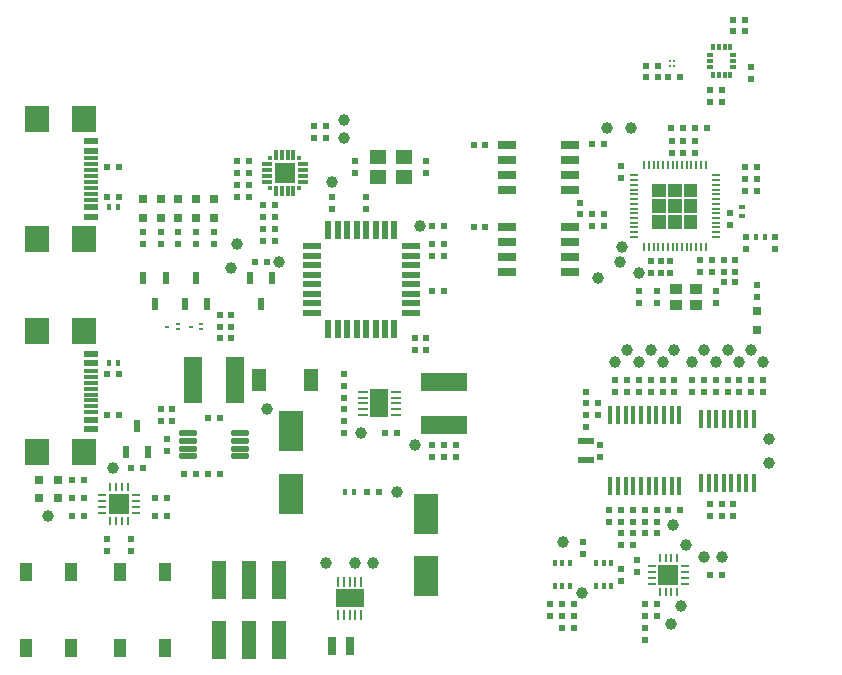
<source format=gbr>
%TF.GenerationSoftware,Altium Limited,Altium Designer,22.2.1 (43)*%
G04 Layer_Color=8421504*
%FSLAX26Y26*%
%MOIN*%
%TF.SameCoordinates,FBDAFD36-F916-462A-90D8-3015B88DE517*%
%TF.FilePolarity,Positive*%
%TF.FileFunction,Paste,Top*%
%TF.Part,Single*%
G01*
G75*
%TA.AperFunction,SMDPad,CuDef*%
%ADD10R,0.003937X0.003937*%
%ADD11C,0.039370*%
%ADD12R,0.008000X0.030000*%
G04:AMPARAMS|DCode=13|XSize=58.661mil|YSize=21.654mil|CornerRadius=2.707mil|HoleSize=0mil|Usage=FLASHONLY|Rotation=270.000|XOffset=0mil|YOffset=0mil|HoleType=Round|Shape=RoundedRectangle|*
%AMROUNDEDRECTD13*
21,1,0.058661,0.016240,0,0,270.0*
21,1,0.053248,0.021654,0,0,270.0*
1,1,0.005413,-0.008120,-0.026624*
1,1,0.005413,-0.008120,0.026624*
1,1,0.005413,0.008120,0.026624*
1,1,0.005413,0.008120,-0.026624*
%
%ADD13ROUNDEDRECTD13*%
G04:AMPARAMS|DCode=14|XSize=58.661mil|YSize=21.654mil|CornerRadius=2.707mil|HoleSize=0mil|Usage=FLASHONLY|Rotation=0.000|XOffset=0mil|YOffset=0mil|HoleType=Round|Shape=RoundedRectangle|*
%AMROUNDEDRECTD14*
21,1,0.058661,0.016240,0,0,0.0*
21,1,0.053248,0.021654,0,0,0.0*
1,1,0.005413,0.026624,-0.008120*
1,1,0.005413,-0.026624,-0.008120*
1,1,0.005413,-0.026624,0.008120*
1,1,0.005413,0.026624,0.008120*
%
%ADD14ROUNDEDRECTD14*%
%ADD15R,0.023622X0.023622*%
%ADD16R,0.030000X0.008000*%
%ADD18R,0.023622X0.023622*%
%ADD19R,0.023622X0.021654*%
%ADD20R,0.050000X0.125197*%
%ADD21R,0.157480X0.059055*%
%ADD22R,0.032000X0.010000*%
%ADD23R,0.021654X0.023622*%
%ADD24R,0.015748X0.019685*%
%ADD25R,0.047244X0.074803*%
G04:AMPARAMS|DCode=26|XSize=57.087mil|YSize=17.716mil|CornerRadius=0.886mil|HoleSize=0mil|Usage=FLASHONLY|Rotation=180.000|XOffset=0mil|YOffset=0mil|HoleType=Round|Shape=RoundedRectangle|*
%AMROUNDEDRECTD26*
21,1,0.057087,0.015945,0,0,180.0*
21,1,0.055315,0.017716,0,0,180.0*
1,1,0.001772,-0.027657,0.007973*
1,1,0.001772,0.027657,0.007973*
1,1,0.001772,0.027657,-0.007973*
1,1,0.001772,-0.027657,-0.007973*
%
%ADD26ROUNDEDRECTD26*%
%ADD27R,0.078740X0.131890*%
G04:AMPARAMS|DCode=28|XSize=62.992mil|YSize=16.142mil|CornerRadius=0.807mil|HoleSize=0mil|Usage=FLASHONLY|Rotation=90.000|XOffset=0mil|YOffset=0mil|HoleType=Round|Shape=RoundedRectangle|*
%AMROUNDEDRECTD28*
21,1,0.062992,0.014527,0,0,90.0*
21,1,0.061378,0.016142,0,0,90.0*
1,1,0.001614,0.007264,0.030689*
1,1,0.001614,0.007264,-0.030689*
1,1,0.001614,-0.007264,-0.030689*
1,1,0.001614,-0.007264,0.030689*
%
%ADD28ROUNDEDRECTD28*%
%ADD29R,0.025591X0.009842*%
%ADD30R,0.009842X0.025591*%
%ADD31R,0.016535X0.023622*%
G04:AMPARAMS|DCode=32|XSize=61.024mil|YSize=23.622mil|CornerRadius=1.181mil|HoleSize=0mil|Usage=FLASHONLY|Rotation=0.000|XOffset=0mil|YOffset=0mil|HoleType=Round|Shape=RoundedRectangle|*
%AMROUNDEDRECTD32*
21,1,0.061024,0.021260,0,0,0.0*
21,1,0.058661,0.023622,0,0,0.0*
1,1,0.002362,0.029331,-0.010630*
1,1,0.002362,-0.029331,-0.010630*
1,1,0.002362,-0.029331,0.010630*
1,1,0.002362,0.029331,0.010630*
%
%ADD32ROUNDEDRECTD32*%
%ADD33R,0.023000X0.014000*%
%ADD34R,0.014000X0.023000*%
%ADD35C,0.009055*%
%ADD36R,0.031496X0.031496*%
G04:AMPARAMS|DCode=37|XSize=62.992mil|YSize=13.78mil|CornerRadius=0.689mil|HoleSize=0mil|Usage=FLASHONLY|Rotation=270.000|XOffset=0mil|YOffset=0mil|HoleType=Round|Shape=RoundedRectangle|*
%AMROUNDEDRECTD37*
21,1,0.062992,0.012402,0,0,270.0*
21,1,0.061614,0.013780,0,0,270.0*
1,1,0.001378,-0.006201,-0.030807*
1,1,0.001378,-0.006201,0.030807*
1,1,0.001378,0.006201,0.030807*
1,1,0.001378,0.006201,-0.030807*
%
%ADD37ROUNDEDRECTD37*%
%ADD38R,0.057087X0.023622*%
%ADD39R,0.066929X0.066929*%
%ADD40R,0.020000X0.020000*%
%ADD41R,0.039370X0.035433*%
%ADD42R,0.039370X0.062992*%
%ADD43R,0.055118X0.047244*%
%ADD44R,0.023622X0.041339*%
%ADD45R,0.060000X0.098000*%
%ADD46R,0.059055X0.157480*%
%ADD47R,0.031496X0.031496*%
%ADD48R,0.031496X0.059055*%
%ADD49R,0.010000X0.032000*%
%ADD50R,0.098000X0.060000*%
%ADD51R,0.035433X0.011811*%
%ADD52R,0.070866X0.070866*%
%ADD53R,0.011811X0.035433*%
%ADD54R,0.013780X0.013780*%
%TA.AperFunction,ConnectorPad*%
%ADD55R,0.078740X0.085827*%
%ADD56R,0.045276X0.011811*%
%ADD57R,0.045276X0.023622*%
%TA.AperFunction,SMDPad,CuDef*%
%ADD58R,0.013386X0.007874*%
%ADD59R,0.013386X0.010236*%
%ADD60R,0.019685X0.015748*%
%ADD114R,0.001000X0.001000*%
G36*
X3305204Y3187751D02*
X3260412D01*
Y3232543D01*
X3305205D01*
X3305204Y3187751D01*
D02*
G37*
G36*
X3199871Y3232543D02*
Y3187751D01*
X3155079D01*
Y3232544D01*
X3199871Y3232543D01*
D02*
G37*
G36*
X3252538Y3232543D02*
X3252538Y3187751D01*
X3207745Y3187750D01*
X3207745Y3232544D01*
X3252538Y3232543D01*
D02*
G37*
G36*
X3252538Y3135084D02*
X3207745Y3135084D01*
X3207745Y3179876D01*
X3252538Y3179876D01*
X3252538Y3135084D01*
D02*
G37*
G36*
X3305205Y3135084D02*
X3260412Y3135084D01*
X3260412Y3179877D01*
X3305205Y3179877D01*
X3305205Y3135084D01*
D02*
G37*
G36*
X3199871Y3135084D02*
X3155078Y3135084D01*
X3155078Y3179877D01*
X3199871Y3179877D01*
X3199871Y3135084D01*
D02*
G37*
G36*
X3199871Y3082417D02*
X3155078D01*
X3155079Y3127210D01*
X3199871D01*
Y3082417D01*
D02*
G37*
G36*
X3305204Y3082417D02*
X3260412Y3082417D01*
Y3127210D01*
X3305204D01*
Y3082417D01*
D02*
G37*
G36*
X3252538Y3082417D02*
X3207745Y3082417D01*
X3207745Y3127210D01*
X3252538Y3127210D01*
X3252538Y3082417D01*
D02*
G37*
D10*
X3719472Y3055118D02*
D03*
D11*
X3149606Y2677165D02*
D03*
X3110236Y2637795D02*
D03*
X2165354Y1968504D02*
D03*
X2086614Y3239239D02*
D03*
X2381890Y3090551D02*
D03*
X2362205Y2362205D02*
D03*
X1870079Y2480315D02*
D03*
X2303150Y2204724D02*
D03*
X3110996Y2934291D02*
D03*
X2125984Y3444882D02*
D03*
Y3385827D02*
D03*
X3046865Y2970603D02*
D03*
X2921588Y1868897D02*
D03*
X3248908Y1825510D02*
D03*
X3543307Y2303150D02*
D03*
Y2381890D02*
D03*
X3267717Y2027559D02*
D03*
X3326772Y1988189D02*
D03*
X3385827D02*
D03*
X3215875Y1765402D02*
D03*
X3223618Y2095818D02*
D03*
X2858606Y2036584D02*
D03*
X1751968Y2952756D02*
D03*
X1141732Y2125984D02*
D03*
X1909449Y2972441D02*
D03*
X2185039Y2401575D02*
D03*
X1358268Y2283465D02*
D03*
X3326772Y2677165D02*
D03*
X3188976Y2637795D02*
D03*
X3228346Y2677165D02*
D03*
X3070866D02*
D03*
X3031496Y2637795D02*
D03*
X3523622D02*
D03*
X3484252Y2677165D02*
D03*
X3444882Y2637795D02*
D03*
X3405512Y2677165D02*
D03*
X3287401Y2637795D02*
D03*
X3366142D02*
D03*
X3082348Y3418505D02*
D03*
X3003607D02*
D03*
X2224409Y1968504D02*
D03*
X2066929D02*
D03*
X1771654Y3031496D02*
D03*
X2974585Y2919608D02*
D03*
X3054203Y3020419D02*
D03*
D12*
X3332504Y3293481D02*
D03*
X3316756D02*
D03*
X3301008Y3293480D02*
D03*
X3285260Y3293480D02*
D03*
X3269512Y3293481D02*
D03*
X3253763Y3293480D02*
D03*
X3238015Y3293480D02*
D03*
X3222267Y3293480D02*
D03*
X3206519Y3293480D02*
D03*
X3190771Y3293481D02*
D03*
X3175023Y3293480D02*
D03*
X3159275Y3293480D02*
D03*
X3143527D02*
D03*
X3127779Y3293480D02*
D03*
Y3021480D02*
D03*
X3143527D02*
D03*
X3159276Y3021480D02*
D03*
X3175023Y3021481D02*
D03*
X3190771Y3021480D02*
D03*
X3206520Y3021481D02*
D03*
X3222267Y3021480D02*
D03*
X3238015Y3021480D02*
D03*
X3253764Y3021480D02*
D03*
X3269512Y3021480D02*
D03*
X3285260Y3021480D02*
D03*
X3301008Y3021480D02*
D03*
X3316756D02*
D03*
X3332504Y3021481D02*
D03*
D13*
X2295275Y2749213D02*
D03*
X2263780Y2749213D02*
D03*
X2232283Y2749213D02*
D03*
X2200787Y2749213D02*
D03*
X2169291Y2749213D02*
D03*
X2137795Y2749213D02*
D03*
X2106299Y2749213D02*
D03*
X2074803D02*
D03*
X2074803Y3077559D02*
D03*
X2106299Y3077559D02*
D03*
X2137795Y3077559D02*
D03*
X2169291Y3077559D02*
D03*
X2200788Y3077559D02*
D03*
X2232283D02*
D03*
X2263780Y3077559D02*
D03*
X2295275D02*
D03*
D14*
X2349212Y3023622D02*
D03*
X2349212Y2992126D02*
D03*
X2349212Y2960630D02*
D03*
X2349213Y2929134D02*
D03*
X2349212Y2897638D02*
D03*
X2349212Y2866142D02*
D03*
Y2834646D02*
D03*
Y2803150D02*
D03*
X2020866Y2803150D02*
D03*
Y2834646D02*
D03*
Y2866142D02*
D03*
Y2897638D02*
D03*
X2020866Y2929134D02*
D03*
Y2960630D02*
D03*
X2020866Y2992126D02*
D03*
Y3023622D02*
D03*
D15*
X3431823Y2906073D02*
D03*
X3392450D02*
D03*
X3346458Y2165358D02*
D03*
Y2125988D02*
D03*
X3133859Y3625988D02*
D03*
X3173232D02*
D03*
X3173227Y3586610D02*
D03*
X3133855D02*
D03*
X3425198Y3740161D02*
D03*
X3464571D02*
D03*
X3425198Y3779531D02*
D03*
X3464571D02*
D03*
X3011812Y2145673D02*
D03*
X3051185Y2145673D02*
D03*
X3385831Y2165358D02*
D03*
Y2125988D02*
D03*
X2460634Y2992130D02*
D03*
X2421261Y2992130D02*
D03*
X2460633Y3031500D02*
D03*
X2421261D02*
D03*
X2362201Y2716532D02*
D03*
X2401574Y2716532D02*
D03*
X2460634Y2874019D02*
D03*
X2421261Y2874020D02*
D03*
X1535437Y2185043D02*
D03*
X1496064D02*
D03*
X2263776Y2401571D02*
D03*
X2303149D02*
D03*
X1857941Y3160179D02*
D03*
X1897314D02*
D03*
X1857941Y3120809D02*
D03*
X1897314D02*
D03*
X1811027Y3188980D02*
D03*
X1771655D02*
D03*
X1811027Y3307090D02*
D03*
X1771655D02*
D03*
X3335408Y3417128D02*
D03*
X3296035D02*
D03*
X3218362D02*
D03*
X3257735D02*
D03*
X3503941Y3208665D02*
D03*
X3464568D02*
D03*
X3503941Y3248035D02*
D03*
X3464568D02*
D03*
X3503941Y3287405D02*
D03*
X3464568D02*
D03*
X2992130Y3366146D02*
D03*
X2952757D02*
D03*
X2992130Y3090555D02*
D03*
X2952757D02*
D03*
D16*
X3366142Y3055118D02*
D03*
Y3070866D02*
D03*
X3366142Y3086614D02*
D03*
X3366141Y3102362D02*
D03*
X3366142Y3118110D02*
D03*
X3366141Y3133859D02*
D03*
X3366141Y3149606D02*
D03*
X3366142Y3165354D02*
D03*
X3366142Y3181102D02*
D03*
X3366142Y3196851D02*
D03*
X3366141Y3212599D02*
D03*
X3366142Y3228347D02*
D03*
Y3244095D02*
D03*
X3366141Y3259842D02*
D03*
X3094141D02*
D03*
Y3244095D02*
D03*
X3094142Y3228346D02*
D03*
X3094142Y3212599D02*
D03*
X3094141Y3196850D02*
D03*
X3094142Y3181102D02*
D03*
X3094142Y3165354D02*
D03*
X3094142Y3149606D02*
D03*
X3094141Y3133858D02*
D03*
X3094141Y3118110D02*
D03*
X3094142Y3102362D02*
D03*
X3094141Y3086614D02*
D03*
Y3070866D02*
D03*
X3094142Y3055118D02*
D03*
D18*
X3392450Y2978970D02*
D03*
Y2939597D02*
D03*
X2500004Y2362204D02*
D03*
X2460630Y2362207D02*
D03*
X2421263Y2362204D02*
D03*
X2125981Y2559056D02*
D03*
X3104596Y1938978D02*
D03*
X3484252Y3622047D02*
D03*
Y3582674D02*
D03*
X2972437Y2460631D02*
D03*
X2972436Y2500004D02*
D03*
X3425193Y2125985D02*
D03*
Y2165358D02*
D03*
X3104596Y1978351D02*
D03*
X3129925Y2145668D02*
D03*
Y2106296D02*
D03*
X3090547Y2106300D02*
D03*
Y2145673D02*
D03*
X3049266Y3251759D02*
D03*
Y3291132D02*
D03*
X3353822Y2939597D02*
D03*
Y2978970D02*
D03*
X3562992Y3015745D02*
D03*
Y3055118D02*
D03*
X3468504Y3015745D02*
D03*
Y3055118D02*
D03*
X3315193Y2939597D02*
D03*
Y2978970D02*
D03*
X2200787Y3188980D02*
D03*
X2200787Y3149608D02*
D03*
X2165358Y3267713D02*
D03*
X2165358Y3307086D02*
D03*
X2401571Y3307091D02*
D03*
X2401571Y3267718D02*
D03*
X1338586Y2007870D02*
D03*
Y2047243D02*
D03*
X2421263Y2322831D02*
D03*
X2460630Y2322835D02*
D03*
X2500004Y2322831D02*
D03*
X2125981Y2598429D02*
D03*
X1535429Y2381894D02*
D03*
Y2342521D02*
D03*
X1555122Y2440941D02*
D03*
Y2480314D02*
D03*
X1515752Y2440941D02*
D03*
Y2480314D02*
D03*
X3218775Y3374569D02*
D03*
Y3335197D02*
D03*
X3183321Y2935565D02*
D03*
Y2974938D02*
D03*
X3151626Y2935565D02*
D03*
Y2974938D02*
D03*
X3414617Y3133862D02*
D03*
Y3094490D02*
D03*
X3169295Y2834642D02*
D03*
Y2874015D02*
D03*
X3366138Y2874019D02*
D03*
Y2834647D02*
D03*
D19*
X2421260Y3090551D02*
D03*
X2460630D02*
D03*
X1712598Y2263780D02*
D03*
X3169291Y1791339D02*
D03*
X2244094Y2204724D02*
D03*
X1377953Y3287402D02*
D03*
X1338583D02*
D03*
X1377953Y2460630D02*
D03*
X1338583D02*
D03*
X3248031Y3586610D02*
D03*
X3208661D02*
D03*
X1377953Y3188976D02*
D03*
X1338583D02*
D03*
X1377953Y2598425D02*
D03*
X1338583D02*
D03*
X2992126Y3129921D02*
D03*
X2952756D02*
D03*
X3346457Y1929134D02*
D03*
X3385827D02*
D03*
X2854331Y1751969D02*
D03*
X2893701D02*
D03*
X3090551Y2027559D02*
D03*
X3051181D02*
D03*
X3129921Y1791339D02*
D03*
X3169291Y1830709D02*
D03*
X3129921Y1830708D02*
D03*
X3169291Y2066930D02*
D03*
X3129921D02*
D03*
X3248031Y2145669D02*
D03*
X3208661Y2145669D02*
D03*
X3051181Y2066930D02*
D03*
X3090551Y2066929D02*
D03*
X3011811Y2106300D02*
D03*
X3051181Y2106299D02*
D03*
X2362205Y2677165D02*
D03*
X2401575Y2677165D02*
D03*
X1220472Y2244095D02*
D03*
X1259842D02*
D03*
X1220472Y2185039D02*
D03*
X1259842D02*
D03*
X1830709Y2972441D02*
D03*
X1870079D02*
D03*
X1259842Y2125984D02*
D03*
X1220472D02*
D03*
X1496063D02*
D03*
X1535433D02*
D03*
X1673228Y2452756D02*
D03*
X1712598D02*
D03*
X1456693Y2283465D02*
D03*
X1417323D02*
D03*
X1673228Y2263780D02*
D03*
X1633858D02*
D03*
X1594488D02*
D03*
X2204724Y2204724D02*
D03*
X1897315Y3081443D02*
D03*
X1857945D02*
D03*
X1811024Y3267717D02*
D03*
X1771654D02*
D03*
X2066929Y3385827D02*
D03*
X2027559D02*
D03*
X1811024Y3228347D02*
D03*
X1771654D02*
D03*
X2066929Y3425197D02*
D03*
X2027559D02*
D03*
X1897315Y3042073D02*
D03*
X1857945D02*
D03*
X1751968Y2795276D02*
D03*
X1712599D02*
D03*
X1751968Y2755905D02*
D03*
X1712599D02*
D03*
X1751968Y2716535D02*
D03*
X1712599D02*
D03*
X2559055Y3362402D02*
D03*
X2598425D02*
D03*
X2559055Y3086811D02*
D03*
X2598425D02*
D03*
D20*
X1711024Y1711024D02*
D03*
Y1911024D02*
D03*
X1811024Y1911024D02*
D03*
X1911024Y1911024D02*
D03*
Y1711024D02*
D03*
X1811024Y1711023D02*
D03*
D21*
X2460630Y2429134D02*
D03*
Y2570866D02*
D03*
D22*
X2299095Y2480315D02*
D03*
X2189094Y2539370D02*
D03*
X2189094Y2519685D02*
D03*
X2189094Y2480315D02*
D03*
X2189095Y2500000D02*
D03*
Y2460630D02*
D03*
X2299095Y2460630D02*
D03*
X2299095Y2500000D02*
D03*
X2299095Y2519685D02*
D03*
X2299095Y2539370D02*
D03*
D23*
X2125984Y2519685D02*
D03*
X2922940Y1997214D02*
D03*
X2893701Y1791339D02*
D03*
X3346457Y3503937D02*
D03*
Y3543307D02*
D03*
X3385827Y3503937D02*
D03*
Y3543307D02*
D03*
X2913386Y3169291D02*
D03*
Y3129921D02*
D03*
X3110236Y2874016D02*
D03*
Y2834646D02*
D03*
X3214032Y2975031D02*
D03*
Y2935661D02*
D03*
X3523622Y2539370D02*
D03*
Y2578740D02*
D03*
X3484252Y2539370D02*
D03*
Y2578740D02*
D03*
X3444882Y2539370D02*
D03*
Y2578740D02*
D03*
X3405512Y2539370D02*
D03*
Y2578740D02*
D03*
X3366142Y2539370D02*
D03*
Y2578740D02*
D03*
X3326772Y2539370D02*
D03*
Y2578740D02*
D03*
X3287402Y2539370D02*
D03*
Y2578740D02*
D03*
X2854331Y1791339D02*
D03*
Y1830709D02*
D03*
X3051181Y1909449D02*
D03*
Y1948819D02*
D03*
X2893701Y1830709D02*
D03*
X2922940Y2036584D02*
D03*
X2814961Y1791339D02*
D03*
Y1830709D02*
D03*
X3129921Y1712599D02*
D03*
Y1751969D02*
D03*
X3169291Y2145669D02*
D03*
X3169291Y2106299D02*
D03*
X2933071Y2460630D02*
D03*
Y2421260D02*
D03*
X3149606Y2578740D02*
D03*
X3149606Y2539370D02*
D03*
X3031496Y2578740D02*
D03*
X3031496Y2539370D02*
D03*
X3110236Y2578740D02*
D03*
X3110236Y2539370D02*
D03*
X3188977Y2578740D02*
D03*
X3188976Y2539370D02*
D03*
X3070865Y2578740D02*
D03*
X3070866Y2539370D02*
D03*
X2933070Y2539370D02*
D03*
X2933071Y2500000D02*
D03*
X3228347Y2578740D02*
D03*
X3228346Y2539370D02*
D03*
X2086614Y3188977D02*
D03*
X2086614Y3149606D02*
D03*
X1417323Y2047244D02*
D03*
Y2007874D02*
D03*
X2125984Y2480315D02*
D03*
Y2401575D02*
D03*
Y2440945D02*
D03*
X3503937Y2893701D02*
D03*
Y2854331D02*
D03*
X1692913Y3031496D02*
D03*
Y3070866D02*
D03*
X1633858Y3031496D02*
D03*
Y3070866D02*
D03*
X1574803Y3031496D02*
D03*
X1574803Y3070866D02*
D03*
X1515748Y3031496D02*
D03*
Y3070866D02*
D03*
X1456693Y3031496D02*
D03*
Y3070866D02*
D03*
X3257735Y3335198D02*
D03*
Y3374568D02*
D03*
X3296035Y3335198D02*
D03*
Y3374568D02*
D03*
X3431079Y2978967D02*
D03*
Y2939597D02*
D03*
D24*
X2129921Y2204725D02*
D03*
X3500000Y3055118D02*
D03*
X3531496Y3055118D02*
D03*
X2161417Y2204724D02*
D03*
X1342520Y3153544D02*
D03*
X1374016Y3153543D02*
D03*
X1342520Y2633858D02*
D03*
X1374016Y2633858D02*
D03*
D25*
X2015748Y2578740D02*
D03*
X1842520D02*
D03*
D26*
X1606299Y2375000D02*
D03*
X1779528D02*
D03*
X1779527Y2349410D02*
D03*
X1606299Y2400591D02*
D03*
X1606300Y2349409D02*
D03*
X1606299Y2323819D02*
D03*
X1779528Y2323819D02*
D03*
X1779527Y2400591D02*
D03*
D27*
X1948819Y2407481D02*
D03*
X2401575Y2131890D02*
D03*
X1948819Y2198819D02*
D03*
X2401575Y1923228D02*
D03*
D28*
X3368012Y2236221D02*
D03*
X3318012Y2448819D02*
D03*
X3343012Y2448819D02*
D03*
X3368012Y2448819D02*
D03*
X3393011D02*
D03*
X3418012Y2448819D02*
D03*
X3443012Y2448819D02*
D03*
X3468012Y2448819D02*
D03*
X3493012D02*
D03*
X3493012Y2236220D02*
D03*
X3468012Y2236221D02*
D03*
X3343012Y2236221D02*
D03*
X3393012Y2236221D02*
D03*
X3418012Y2236221D02*
D03*
X3443012D02*
D03*
X3318012D02*
D03*
D29*
X3152559Y1938977D02*
D03*
X3152559Y1958662D02*
D03*
X3152559Y1919292D02*
D03*
X3152559Y1899607D02*
D03*
X3264764D02*
D03*
X3264764Y1919292D02*
D03*
X3264764Y1938977D02*
D03*
X3264764Y1958662D02*
D03*
X1434055Y2135827D02*
D03*
Y2155512D02*
D03*
Y2175197D02*
D03*
Y2194882D02*
D03*
X1321850Y2194882D02*
D03*
Y2175197D02*
D03*
Y2155512D02*
D03*
Y2135827D02*
D03*
D30*
X3198819Y1873032D02*
D03*
X3179134Y1985237D02*
D03*
X3198819Y1985237D02*
D03*
X3218504Y1985237D02*
D03*
X3179134Y1873032D02*
D03*
X3218504Y1873032D02*
D03*
X3238189Y1873032D02*
D03*
X3238190Y1985236D02*
D03*
X1407480Y2109252D02*
D03*
X1387795D02*
D03*
X1368110D02*
D03*
X1407480Y2221457D02*
D03*
X1387795D02*
D03*
X1368110D02*
D03*
X1348425D02*
D03*
X1348425Y2109252D02*
D03*
D31*
X2966536Y1966536D02*
D03*
X3017716Y1891733D02*
D03*
X2879921Y1891732D02*
D03*
X2854330Y1891733D02*
D03*
X2828740Y1891732D02*
D03*
X2828740Y1966536D02*
D03*
X2854330Y1966535D02*
D03*
X2879921Y1966536D02*
D03*
X2992126Y1966536D02*
D03*
X3017716D02*
D03*
X2992126Y1891733D02*
D03*
X2966535Y1891732D02*
D03*
D32*
X2881890Y3362402D02*
D03*
X2881890Y3312402D02*
D03*
Y3262402D02*
D03*
X2881890Y3212402D02*
D03*
X2669291Y3212401D02*
D03*
X2669291Y3262402D02*
D03*
Y3312401D02*
D03*
X2669291Y3362401D02*
D03*
X2669291Y3086811D02*
D03*
X2669291Y3036811D02*
D03*
Y2986811D02*
D03*
X2669291Y2936811D02*
D03*
X2881890Y2936811D02*
D03*
X2881890Y2986811D02*
D03*
Y3036811D02*
D03*
X2881890Y3086811D02*
D03*
D33*
X3348083Y3622042D02*
D03*
Y3641732D02*
D03*
Y3661422D02*
D03*
X3423571D02*
D03*
Y3641732D02*
D03*
Y3622042D02*
D03*
D34*
X3356292Y3689232D02*
D03*
X3375982D02*
D03*
X3395672D02*
D03*
X3415362D02*
D03*
Y3594232D02*
D03*
X3395672D02*
D03*
X3375982D02*
D03*
X3356292D02*
D03*
D35*
X3228347Y3625984D02*
D03*
X3212599D02*
D03*
X3228347Y3641732D02*
D03*
X3212599D02*
D03*
D36*
X1173228Y2244095D02*
D03*
X1110236D02*
D03*
X1173228Y2185039D02*
D03*
X1110236D02*
D03*
D37*
X3117126Y2460630D02*
D03*
X3142716Y2460630D02*
D03*
X3193897Y2224410D02*
D03*
X3219488Y2224410D02*
D03*
X3245079D02*
D03*
X3245078Y2460630D02*
D03*
X3219488Y2460630D02*
D03*
X3193898Y2460631D02*
D03*
X3168307Y2460630D02*
D03*
X3168307Y2224410D02*
D03*
X3142717Y2224410D02*
D03*
X3117126Y2224410D02*
D03*
X3091535D02*
D03*
X3065945Y2224410D02*
D03*
X3040354Y2224410D02*
D03*
X3014764Y2224409D02*
D03*
X3091535Y2460630D02*
D03*
X3065945Y2460630D02*
D03*
X3040354D02*
D03*
X3014763Y2460630D02*
D03*
D38*
X2933070Y2311024D02*
D03*
X2933070Y2374016D02*
D03*
D39*
X3208662Y1929134D02*
D03*
X1377953Y2165354D02*
D03*
D40*
X2979921Y2322520D02*
D03*
Y2362520D02*
D03*
D41*
X3234252Y2828740D02*
D03*
X3301181D02*
D03*
Y2879921D02*
D03*
X3234252D02*
D03*
D42*
X1381890Y1937008D02*
D03*
X1531496D02*
D03*
Y1685039D02*
D03*
X1381890D02*
D03*
X1066929Y1937008D02*
D03*
X1216535D02*
D03*
Y1685039D02*
D03*
X1066929D02*
D03*
D43*
X2326772Y3253938D02*
D03*
X2240157Y3253937D02*
D03*
X2240157Y3320866D02*
D03*
X2326772Y3320867D02*
D03*
D44*
X1887795Y2917323D02*
D03*
X1812992Y2917323D02*
D03*
X1850394Y2830709D02*
D03*
X1399606Y2338583D02*
D03*
X1474409D02*
D03*
X1437008Y2425197D02*
D03*
X1596457Y2830709D02*
D03*
X1671260D02*
D03*
X1633858Y2917323D02*
D03*
X1533465Y2917323D02*
D03*
X1458662Y2917323D02*
D03*
X1496063Y2830709D02*
D03*
D45*
X2244095Y2500000D02*
D03*
D46*
X1622047Y2578740D02*
D03*
X1763780D02*
D03*
D47*
X3503937Y2807087D02*
D03*
Y2744094D02*
D03*
X1692913Y3118110D02*
D03*
Y3181102D02*
D03*
X1633858Y3118110D02*
D03*
Y3181102D02*
D03*
X1574803Y3118110D02*
D03*
Y3181102D02*
D03*
X1515748Y3118110D02*
D03*
Y3181102D02*
D03*
X1456693Y3118110D02*
D03*
Y3181102D02*
D03*
D48*
X2086614Y1692913D02*
D03*
X2145669D02*
D03*
D49*
X2106299Y1795394D02*
D03*
X2125984D02*
D03*
X2145669D02*
D03*
X2165354D02*
D03*
X2185039D02*
D03*
Y1905394D02*
D03*
X2165354D02*
D03*
X2145669D02*
D03*
X2125984D02*
D03*
X2106299D02*
D03*
D50*
X2145669Y1850394D02*
D03*
D51*
X1989173Y3257874D02*
D03*
X1989173Y3238189D02*
D03*
X1989173Y3297244D02*
D03*
X1989174Y3277559D02*
D03*
X1869094Y3238189D02*
D03*
X1869094Y3257874D02*
D03*
X1869095Y3297244D02*
D03*
X1869095Y3277559D02*
D03*
D52*
X1929134Y3267716D02*
D03*
D53*
X1899607Y3207677D02*
D03*
X1958661Y3207677D02*
D03*
X1938977Y3207677D02*
D03*
X1919291Y3207677D02*
D03*
X1899607Y3327756D02*
D03*
X1919291Y3327756D02*
D03*
X1958661Y3327756D02*
D03*
X1938976Y3327756D02*
D03*
D54*
X1879921Y3218504D02*
D03*
X1978346Y3316929D02*
D03*
X1879921Y3316929D02*
D03*
X1978347Y3218504D02*
D03*
D55*
X1105118Y3046851D02*
D03*
X1105118Y3449213D02*
D03*
X1259842Y3046850D02*
D03*
X1259842Y3449213D02*
D03*
X1105118Y2338189D02*
D03*
X1105118Y2740551D02*
D03*
X1259843Y2338189D02*
D03*
X1259843Y2740552D02*
D03*
D56*
X1282480Y3238189D02*
D03*
X1282481Y3257874D02*
D03*
X1282480Y3218504D02*
D03*
X1282480Y3277559D02*
D03*
X1282480Y3198819D02*
D03*
X1282480Y3297244D02*
D03*
X1282481Y3179134D02*
D03*
Y3316929D02*
D03*
X1282480Y2529528D02*
D03*
X1282481Y2549213D02*
D03*
X1282480Y2509843D02*
D03*
X1282481Y2568898D02*
D03*
X1282481Y2490157D02*
D03*
X1282481Y2588583D02*
D03*
X1282481Y2470472D02*
D03*
X1282481Y2608268D02*
D03*
D57*
X1282480Y3122048D02*
D03*
X1282480Y3153544D02*
D03*
X1282480Y3342520D02*
D03*
X1282480Y3374016D02*
D03*
X1282481Y2413386D02*
D03*
X1282480Y2444882D02*
D03*
X1282481Y2633858D02*
D03*
X1282481Y2665354D02*
D03*
D58*
X1650787Y2748425D02*
D03*
X1650787Y2763386D02*
D03*
X1572047Y2748425D02*
D03*
X1572047Y2763386D02*
D03*
D59*
X1616929Y2755905D02*
D03*
X1538189Y2755905D02*
D03*
D60*
X3455148Y3154709D02*
D03*
X3455148Y3123213D02*
D03*
D114*
X3230142Y3157480D02*
D03*
%TF.MD5,d5fa242c63408117139167164370c232*%
M02*

</source>
